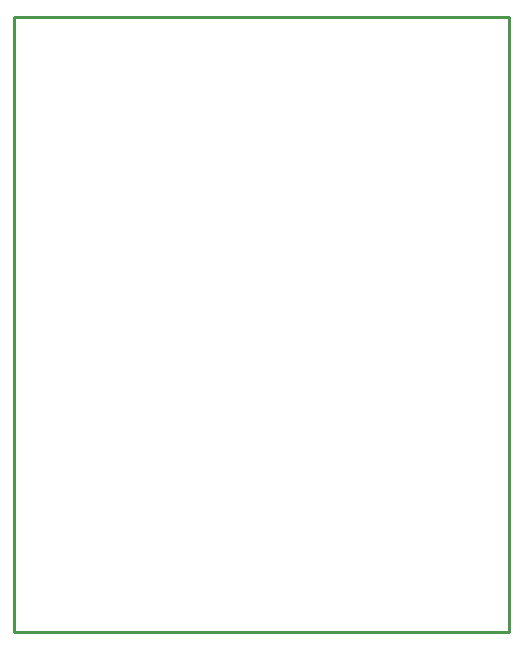
<source format=gbr>
G04 EAGLE Gerber RS-274X export*
G75*
%MOMM*%
%FSLAX34Y34*%
%LPD*%
%IN*%
%IPPOS*%
%AMOC8*
5,1,8,0,0,1.08239X$1,22.5*%
G01*
%ADD10C,0.254000*%


D10*
X0Y0D02*
X419100Y0D01*
X419100Y520700D01*
X0Y520700D01*
X0Y0D01*
M02*

</source>
